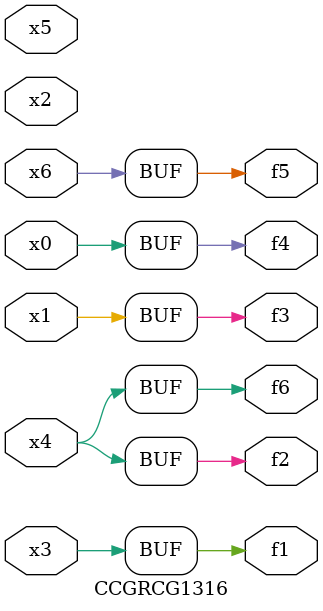
<source format=v>
module CCGRCG1316(
	input x0, x1, x2, x3, x4, x5, x6,
	output f1, f2, f3, f4, f5, f6
);
	assign f1 = x3;
	assign f2 = x4;
	assign f3 = x1;
	assign f4 = x0;
	assign f5 = x6;
	assign f6 = x4;
endmodule

</source>
